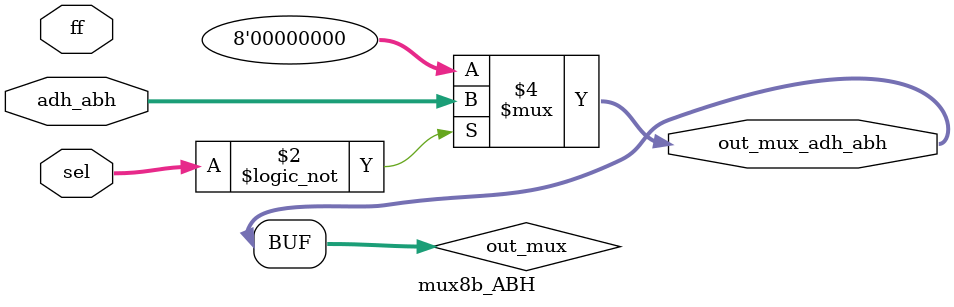
<source format=v>
`timescale 1ns / 1ps


module mux8b_ABH(
        input wire[7:0] adh_abh, 
        input wire[7:0] ff, 
        input wire[1:0] sel,
        output wire[7:0] out_mux_adh_abh
);
    
    reg[7:0]  out_mux;
    assign out_mux_adh_abh = out_mux;


    //-------------Code Starts Here---------
    always @ (sel or adh_abh or ff)
    // begin and end act like curly braces in C/C++.
    if (sel == 1'b0) begin
      out_mux = adh_abh;
    end else begin
      out_mux = 8'b0;//o_add
    end

endmodule //End Of Module mux
        
</source>
